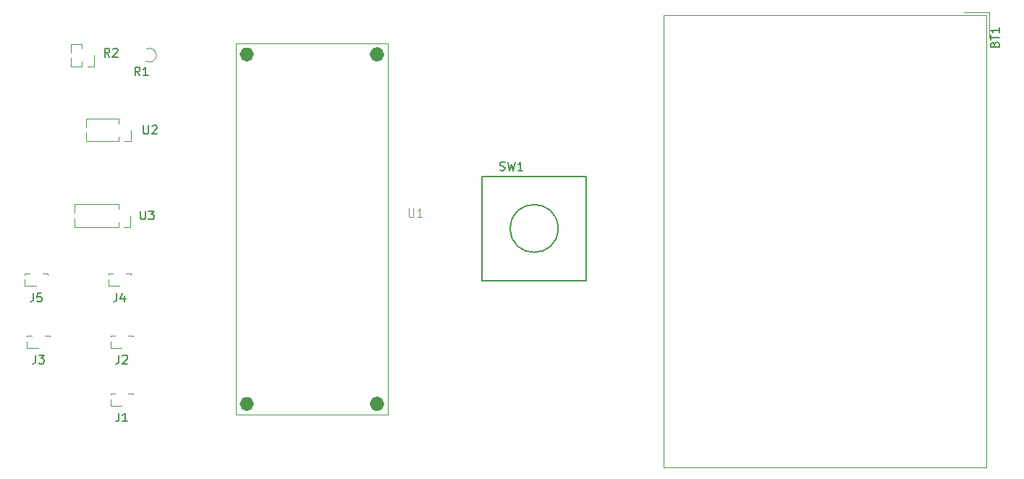
<source format=gbr>
%TF.GenerationSoftware,KiCad,Pcbnew,8.0.7*%
%TF.CreationDate,2024-12-21T06:43:57+05:30*%
%TF.ProjectId,hello,68656c6c-6f2e-46b6-9963-61645f706362,rev?*%
%TF.SameCoordinates,Original*%
%TF.FileFunction,Legend,Top*%
%TF.FilePolarity,Positive*%
%FSLAX46Y46*%
G04 Gerber Fmt 4.6, Leading zero omitted, Abs format (unit mm)*
G04 Created by KiCad (PCBNEW 8.0.7) date 2024-12-21 06:43:57*
%MOMM*%
%LPD*%
G01*
G04 APERTURE LIST*
%ADD10C,0.150000*%
%ADD11C,0.100000*%
%ADD12C,0.120000*%
%ADD13C,0.127000*%
%ADD14C,0.812000*%
%ADD15C,0.853219*%
G04 APERTURE END LIST*
D10*
X122298095Y-84954819D02*
X122298095Y-85764342D01*
X122298095Y-85764342D02*
X122345714Y-85859580D01*
X122345714Y-85859580D02*
X122393333Y-85907200D01*
X122393333Y-85907200D02*
X122488571Y-85954819D01*
X122488571Y-85954819D02*
X122679047Y-85954819D01*
X122679047Y-85954819D02*
X122774285Y-85907200D01*
X122774285Y-85907200D02*
X122821904Y-85859580D01*
X122821904Y-85859580D02*
X122869523Y-85764342D01*
X122869523Y-85764342D02*
X122869523Y-84954819D01*
X123298095Y-85050057D02*
X123345714Y-85002438D01*
X123345714Y-85002438D02*
X123440952Y-84954819D01*
X123440952Y-84954819D02*
X123679047Y-84954819D01*
X123679047Y-84954819D02*
X123774285Y-85002438D01*
X123774285Y-85002438D02*
X123821904Y-85050057D01*
X123821904Y-85050057D02*
X123869523Y-85145295D01*
X123869523Y-85145295D02*
X123869523Y-85240533D01*
X123869523Y-85240533D02*
X123821904Y-85383390D01*
X123821904Y-85383390D02*
X123250476Y-85954819D01*
X123250476Y-85954819D02*
X123869523Y-85954819D01*
X118333333Y-76934819D02*
X118000000Y-76458628D01*
X117761905Y-76934819D02*
X117761905Y-75934819D01*
X117761905Y-75934819D02*
X118142857Y-75934819D01*
X118142857Y-75934819D02*
X118238095Y-75982438D01*
X118238095Y-75982438D02*
X118285714Y-76030057D01*
X118285714Y-76030057D02*
X118333333Y-76125295D01*
X118333333Y-76125295D02*
X118333333Y-76268152D01*
X118333333Y-76268152D02*
X118285714Y-76363390D01*
X118285714Y-76363390D02*
X118238095Y-76411009D01*
X118238095Y-76411009D02*
X118142857Y-76458628D01*
X118142857Y-76458628D02*
X117761905Y-76458628D01*
X118714286Y-76030057D02*
X118761905Y-75982438D01*
X118761905Y-75982438D02*
X118857143Y-75934819D01*
X118857143Y-75934819D02*
X119095238Y-75934819D01*
X119095238Y-75934819D02*
X119190476Y-75982438D01*
X119190476Y-75982438D02*
X119238095Y-76030057D01*
X119238095Y-76030057D02*
X119285714Y-76125295D01*
X119285714Y-76125295D02*
X119285714Y-76220533D01*
X119285714Y-76220533D02*
X119238095Y-76363390D01*
X119238095Y-76363390D02*
X118666667Y-76934819D01*
X118666667Y-76934819D02*
X119285714Y-76934819D01*
X109666666Y-111839819D02*
X109666666Y-112554104D01*
X109666666Y-112554104D02*
X109619047Y-112696961D01*
X109619047Y-112696961D02*
X109523809Y-112792200D01*
X109523809Y-112792200D02*
X109380952Y-112839819D01*
X109380952Y-112839819D02*
X109285714Y-112839819D01*
X110047619Y-111839819D02*
X110666666Y-111839819D01*
X110666666Y-111839819D02*
X110333333Y-112220771D01*
X110333333Y-112220771D02*
X110476190Y-112220771D01*
X110476190Y-112220771D02*
X110571428Y-112268390D01*
X110571428Y-112268390D02*
X110619047Y-112316009D01*
X110619047Y-112316009D02*
X110666666Y-112411247D01*
X110666666Y-112411247D02*
X110666666Y-112649342D01*
X110666666Y-112649342D02*
X110619047Y-112744580D01*
X110619047Y-112744580D02*
X110571428Y-112792200D01*
X110571428Y-112792200D02*
X110476190Y-112839819D01*
X110476190Y-112839819D02*
X110190476Y-112839819D01*
X110190476Y-112839819D02*
X110095238Y-112792200D01*
X110095238Y-112792200D02*
X110047619Y-112744580D01*
X109416666Y-104589819D02*
X109416666Y-105304104D01*
X109416666Y-105304104D02*
X109369047Y-105446961D01*
X109369047Y-105446961D02*
X109273809Y-105542200D01*
X109273809Y-105542200D02*
X109130952Y-105589819D01*
X109130952Y-105589819D02*
X109035714Y-105589819D01*
X110369047Y-104589819D02*
X109892857Y-104589819D01*
X109892857Y-104589819D02*
X109845238Y-105066009D01*
X109845238Y-105066009D02*
X109892857Y-105018390D01*
X109892857Y-105018390D02*
X109988095Y-104970771D01*
X109988095Y-104970771D02*
X110226190Y-104970771D01*
X110226190Y-104970771D02*
X110321428Y-105018390D01*
X110321428Y-105018390D02*
X110369047Y-105066009D01*
X110369047Y-105066009D02*
X110416666Y-105161247D01*
X110416666Y-105161247D02*
X110416666Y-105399342D01*
X110416666Y-105399342D02*
X110369047Y-105494580D01*
X110369047Y-105494580D02*
X110321428Y-105542200D01*
X110321428Y-105542200D02*
X110226190Y-105589819D01*
X110226190Y-105589819D02*
X109988095Y-105589819D01*
X109988095Y-105589819D02*
X109892857Y-105542200D01*
X109892857Y-105542200D02*
X109845238Y-105494580D01*
X119416666Y-111839819D02*
X119416666Y-112554104D01*
X119416666Y-112554104D02*
X119369047Y-112696961D01*
X119369047Y-112696961D02*
X119273809Y-112792200D01*
X119273809Y-112792200D02*
X119130952Y-112839819D01*
X119130952Y-112839819D02*
X119035714Y-112839819D01*
X119845238Y-111935057D02*
X119892857Y-111887438D01*
X119892857Y-111887438D02*
X119988095Y-111839819D01*
X119988095Y-111839819D02*
X120226190Y-111839819D01*
X120226190Y-111839819D02*
X120321428Y-111887438D01*
X120321428Y-111887438D02*
X120369047Y-111935057D01*
X120369047Y-111935057D02*
X120416666Y-112030295D01*
X120416666Y-112030295D02*
X120416666Y-112125533D01*
X120416666Y-112125533D02*
X120369047Y-112268390D01*
X120369047Y-112268390D02*
X119797619Y-112839819D01*
X119797619Y-112839819D02*
X120416666Y-112839819D01*
X163999667Y-90183950D02*
X164142524Y-90231569D01*
X164142524Y-90231569D02*
X164380619Y-90231569D01*
X164380619Y-90231569D02*
X164475857Y-90183950D01*
X164475857Y-90183950D02*
X164523476Y-90136330D01*
X164523476Y-90136330D02*
X164571095Y-90041092D01*
X164571095Y-90041092D02*
X164571095Y-89945854D01*
X164571095Y-89945854D02*
X164523476Y-89850616D01*
X164523476Y-89850616D02*
X164475857Y-89802997D01*
X164475857Y-89802997D02*
X164380619Y-89755378D01*
X164380619Y-89755378D02*
X164190143Y-89707759D01*
X164190143Y-89707759D02*
X164094905Y-89660140D01*
X164094905Y-89660140D02*
X164047286Y-89612521D01*
X164047286Y-89612521D02*
X163999667Y-89517283D01*
X163999667Y-89517283D02*
X163999667Y-89422045D01*
X163999667Y-89422045D02*
X164047286Y-89326807D01*
X164047286Y-89326807D02*
X164094905Y-89279188D01*
X164094905Y-89279188D02*
X164190143Y-89231569D01*
X164190143Y-89231569D02*
X164428238Y-89231569D01*
X164428238Y-89231569D02*
X164571095Y-89279188D01*
X164904429Y-89231569D02*
X165142524Y-90231569D01*
X165142524Y-90231569D02*
X165333000Y-89517283D01*
X165333000Y-89517283D02*
X165523476Y-90231569D01*
X165523476Y-90231569D02*
X165761572Y-89231569D01*
X166666333Y-90231569D02*
X166094905Y-90231569D01*
X166380619Y-90231569D02*
X166380619Y-89231569D01*
X166380619Y-89231569D02*
X166285381Y-89374426D01*
X166285381Y-89374426D02*
X166190143Y-89469664D01*
X166190143Y-89469664D02*
X166094905Y-89517283D01*
D11*
X153317595Y-94706919D02*
X153317595Y-95516442D01*
X153317595Y-95516442D02*
X153365214Y-95611680D01*
X153365214Y-95611680D02*
X153412833Y-95659300D01*
X153412833Y-95659300D02*
X153508071Y-95706919D01*
X153508071Y-95706919D02*
X153698547Y-95706919D01*
X153698547Y-95706919D02*
X153793785Y-95659300D01*
X153793785Y-95659300D02*
X153841404Y-95611680D01*
X153841404Y-95611680D02*
X153889023Y-95516442D01*
X153889023Y-95516442D02*
X153889023Y-94706919D01*
X154889023Y-95706919D02*
X154317595Y-95706919D01*
X154603309Y-95706919D02*
X154603309Y-94706919D01*
X154603309Y-94706919D02*
X154508071Y-94849776D01*
X154508071Y-94849776D02*
X154412833Y-94945014D01*
X154412833Y-94945014D02*
X154317595Y-94992633D01*
D10*
X121953095Y-94979819D02*
X121953095Y-95789342D01*
X121953095Y-95789342D02*
X122000714Y-95884580D01*
X122000714Y-95884580D02*
X122048333Y-95932200D01*
X122048333Y-95932200D02*
X122143571Y-95979819D01*
X122143571Y-95979819D02*
X122334047Y-95979819D01*
X122334047Y-95979819D02*
X122429285Y-95932200D01*
X122429285Y-95932200D02*
X122476904Y-95884580D01*
X122476904Y-95884580D02*
X122524523Y-95789342D01*
X122524523Y-95789342D02*
X122524523Y-94979819D01*
X122905476Y-94979819D02*
X123524523Y-94979819D01*
X123524523Y-94979819D02*
X123191190Y-95360771D01*
X123191190Y-95360771D02*
X123334047Y-95360771D01*
X123334047Y-95360771D02*
X123429285Y-95408390D01*
X123429285Y-95408390D02*
X123476904Y-95456009D01*
X123476904Y-95456009D02*
X123524523Y-95551247D01*
X123524523Y-95551247D02*
X123524523Y-95789342D01*
X123524523Y-95789342D02*
X123476904Y-95884580D01*
X123476904Y-95884580D02*
X123429285Y-95932200D01*
X123429285Y-95932200D02*
X123334047Y-95979819D01*
X123334047Y-95979819D02*
X123048333Y-95979819D01*
X123048333Y-95979819D02*
X122953095Y-95932200D01*
X122953095Y-95932200D02*
X122905476Y-95884580D01*
X119166666Y-104589819D02*
X119166666Y-105304104D01*
X119166666Y-105304104D02*
X119119047Y-105446961D01*
X119119047Y-105446961D02*
X119023809Y-105542200D01*
X119023809Y-105542200D02*
X118880952Y-105589819D01*
X118880952Y-105589819D02*
X118785714Y-105589819D01*
X120071428Y-104923152D02*
X120071428Y-105589819D01*
X119833333Y-104542200D02*
X119595238Y-105256485D01*
X119595238Y-105256485D02*
X120214285Y-105256485D01*
X121883333Y-79124819D02*
X121550000Y-78648628D01*
X121311905Y-79124819D02*
X121311905Y-78124819D01*
X121311905Y-78124819D02*
X121692857Y-78124819D01*
X121692857Y-78124819D02*
X121788095Y-78172438D01*
X121788095Y-78172438D02*
X121835714Y-78220057D01*
X121835714Y-78220057D02*
X121883333Y-78315295D01*
X121883333Y-78315295D02*
X121883333Y-78458152D01*
X121883333Y-78458152D02*
X121835714Y-78553390D01*
X121835714Y-78553390D02*
X121788095Y-78601009D01*
X121788095Y-78601009D02*
X121692857Y-78648628D01*
X121692857Y-78648628D02*
X121311905Y-78648628D01*
X122835714Y-79124819D02*
X122264286Y-79124819D01*
X122550000Y-79124819D02*
X122550000Y-78124819D01*
X122550000Y-78124819D02*
X122454762Y-78267676D01*
X122454762Y-78267676D02*
X122359524Y-78362914D01*
X122359524Y-78362914D02*
X122264286Y-78410533D01*
X221876009Y-75475714D02*
X221923628Y-75332857D01*
X221923628Y-75332857D02*
X221971247Y-75285238D01*
X221971247Y-75285238D02*
X222066485Y-75237619D01*
X222066485Y-75237619D02*
X222209342Y-75237619D01*
X222209342Y-75237619D02*
X222304580Y-75285238D01*
X222304580Y-75285238D02*
X222352200Y-75332857D01*
X222352200Y-75332857D02*
X222399819Y-75428095D01*
X222399819Y-75428095D02*
X222399819Y-75809047D01*
X222399819Y-75809047D02*
X221399819Y-75809047D01*
X221399819Y-75809047D02*
X221399819Y-75475714D01*
X221399819Y-75475714D02*
X221447438Y-75380476D01*
X221447438Y-75380476D02*
X221495057Y-75332857D01*
X221495057Y-75332857D02*
X221590295Y-75285238D01*
X221590295Y-75285238D02*
X221685533Y-75285238D01*
X221685533Y-75285238D02*
X221780771Y-75332857D01*
X221780771Y-75332857D02*
X221828390Y-75380476D01*
X221828390Y-75380476D02*
X221876009Y-75475714D01*
X221876009Y-75475714D02*
X221876009Y-75809047D01*
X221399819Y-74951904D02*
X221399819Y-74380476D01*
X222399819Y-74666190D02*
X221399819Y-74666190D01*
X222399819Y-73523333D02*
X222399819Y-74094761D01*
X222399819Y-73809047D02*
X221399819Y-73809047D01*
X221399819Y-73809047D02*
X221542676Y-73904285D01*
X221542676Y-73904285D02*
X221637914Y-73999523D01*
X221637914Y-73999523D02*
X221685533Y-74094761D01*
X119416666Y-118589819D02*
X119416666Y-119304104D01*
X119416666Y-119304104D02*
X119369047Y-119446961D01*
X119369047Y-119446961D02*
X119273809Y-119542200D01*
X119273809Y-119542200D02*
X119130952Y-119589819D01*
X119130952Y-119589819D02*
X119035714Y-119589819D01*
X120416666Y-119589819D02*
X119845238Y-119589819D01*
X120130952Y-119589819D02*
X120130952Y-118589819D01*
X120130952Y-118589819D02*
X120035714Y-118732676D01*
X120035714Y-118732676D02*
X119940476Y-118827914D01*
X119940476Y-118827914D02*
X119845238Y-118875533D01*
D12*
%TO.C,U2*%
X119425000Y-84170000D02*
X115555000Y-84170000D01*
X119425000Y-84170000D02*
X119425000Y-84740000D01*
X115555000Y-84170000D02*
X115555000Y-85192470D01*
X120820000Y-85500000D02*
X120820000Y-86830000D01*
X115555000Y-85807530D02*
X115555000Y-86830000D01*
X119425000Y-86260000D02*
X119425000Y-86830000D01*
X120820000Y-86830000D02*
X120060000Y-86830000D01*
X119425000Y-86830000D02*
X115555000Y-86830000D01*
%TO.C,R2*%
X115115000Y-75420000D02*
X113785000Y-75420000D01*
X115115000Y-75420000D02*
X115115000Y-75990000D01*
X113785000Y-75420000D02*
X113785000Y-76442470D01*
X116510000Y-76750000D02*
X116510000Y-78080000D01*
X113785000Y-77057530D02*
X113785000Y-78080000D01*
X115115000Y-77510000D02*
X115115000Y-78080000D01*
X116510000Y-78080000D02*
X115750000Y-78080000D01*
X115115000Y-78080000D02*
X113785000Y-78080000D01*
%TO.C,J3*%
X108670000Y-109675000D02*
X108670000Y-109555000D01*
X108670000Y-111010000D02*
X108670000Y-110250000D01*
X109240000Y-109555000D02*
X108670000Y-109555000D01*
X110000000Y-111010000D02*
X108670000Y-111010000D01*
X111330000Y-109555000D02*
X110760000Y-109555000D01*
X111330000Y-109675000D02*
X111330000Y-109555000D01*
%TO.C,J5*%
X111080000Y-102425000D02*
X111080000Y-102305000D01*
X111080000Y-102305000D02*
X110510000Y-102305000D01*
X109750000Y-103760000D02*
X108420000Y-103760000D01*
X108990000Y-102305000D02*
X108420000Y-102305000D01*
X108420000Y-103760000D02*
X108420000Y-103000000D01*
X108420000Y-102425000D02*
X108420000Y-102305000D01*
%TO.C,J2*%
X118420000Y-109675000D02*
X118420000Y-109555000D01*
X118420000Y-111010000D02*
X118420000Y-110250000D01*
X118990000Y-109555000D02*
X118420000Y-109555000D01*
X119750000Y-111010000D02*
X118420000Y-111010000D01*
X121080000Y-109555000D02*
X120510000Y-109555000D01*
X121080000Y-109675000D02*
X121080000Y-109555000D01*
D13*
%TO.C,SW1*%
X161904000Y-90919750D02*
X174096000Y-90919750D01*
X161904000Y-103111750D02*
X161904000Y-90919750D01*
X174096000Y-90919750D02*
X174096000Y-103111750D01*
X174096000Y-103111750D02*
X161904000Y-103111750D01*
X170794000Y-97015750D02*
G75*
G02*
X165206000Y-97015750I-2794000J0D01*
G01*
X165206000Y-97015750D02*
G75*
G02*
X170794000Y-97015750I2794000J0D01*
G01*
%TO.C,U1*%
D14*
X134782000Y-117544000D02*
G75*
G02*
X133970000Y-117544000I-406000J0D01*
G01*
X133970000Y-117544000D02*
G75*
G02*
X134782000Y-117544000I406000J0D01*
G01*
D15*
X150042609Y-117544000D02*
G75*
G02*
X149189391Y-117544000I-426609J0D01*
G01*
X149189391Y-117544000D02*
G75*
G02*
X150042609Y-117544000I426609J0D01*
G01*
D14*
X134782000Y-76650000D02*
G75*
G02*
X133970000Y-76650000I-406000J0D01*
G01*
X133970000Y-76650000D02*
G75*
G02*
X134782000Y-76650000I406000J0D01*
G01*
D15*
X150042609Y-76650000D02*
G75*
G02*
X149189391Y-76650000I-426609J0D01*
G01*
X149189391Y-76650000D02*
G75*
G02*
X150042609Y-76650000I426609J0D01*
G01*
D12*
X150866000Y-75400000D02*
X133106000Y-75400000D01*
X133106000Y-118814000D01*
X150866000Y-118814000D01*
X150866000Y-75400000D01*
D11*
X134122000Y-117544000D02*
X134376000Y-117544000D01*
D12*
%TO.C,U3*%
X119390000Y-94195000D02*
X114250000Y-94195000D01*
X119390000Y-94195000D02*
X119390000Y-94765000D01*
X114250000Y-94195000D02*
X114250000Y-95217470D01*
X120785000Y-95525000D02*
X120785000Y-96855000D01*
X114250000Y-95832530D02*
X114250000Y-96855000D01*
X119390000Y-96285000D02*
X119390000Y-96855000D01*
X120785000Y-96855000D02*
X120025000Y-96855000D01*
X119390000Y-96855000D02*
X114250000Y-96855000D01*
%TO.C,J4*%
X118170000Y-102425000D02*
X118170000Y-102305000D01*
X118170000Y-103760000D02*
X118170000Y-103000000D01*
X118740000Y-102305000D02*
X118170000Y-102305000D01*
X119500000Y-103760000D02*
X118170000Y-103760000D01*
X120830000Y-102305000D02*
X120260000Y-102305000D01*
X120830000Y-102425000D02*
X120830000Y-102305000D01*
%TO.C,R1*%
X122679905Y-76000641D02*
G75*
G02*
X122582867Y-77450000I320095J-749359D01*
G01*
%TO.C,BT1*%
X221250000Y-71690000D02*
X221250000Y-74690000D01*
X218250000Y-71690000D02*
X221250000Y-71690000D01*
X220870000Y-72070000D02*
X183130000Y-72070000D01*
X220870000Y-72070000D02*
X220870000Y-124940000D01*
X183130000Y-72070000D02*
X183130000Y-124940000D01*
X220870000Y-124940000D02*
X183130000Y-124940000D01*
%TO.C,J1*%
X118420000Y-116425000D02*
X118420000Y-116305000D01*
X118420000Y-117760000D02*
X118420000Y-117000000D01*
X118990000Y-116305000D02*
X118420000Y-116305000D01*
X119750000Y-117760000D02*
X118420000Y-117760000D01*
X121080000Y-116305000D02*
X120510000Y-116305000D01*
X121080000Y-116425000D02*
X121080000Y-116305000D01*
%TD*%
M02*

</source>
